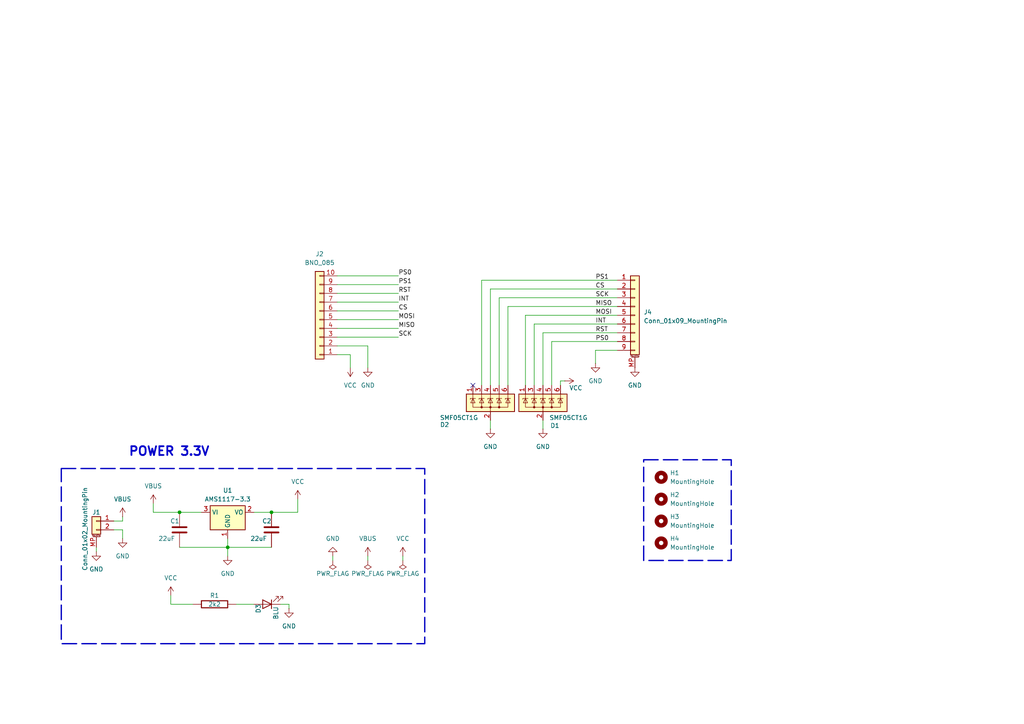
<source format=kicad_sch>
(kicad_sch (version 20231120) (generator "eeschema") (generator_version "8.0")
  (paper "A4")
  (lib_symbols
    (symbol "BLDC_4-rescue:C-RESCUE-BLDC_4" (pin_numbers hide) (pin_names (offset 0.254))
      (property "Reference" "C" (at 0 2.54 0))
      (property "Value" "C-RESCUE-BLDC_4" (at 0.1524 -2.159 0))
      (symbol "C-RESCUE-BLDC_4_0_1"
        (polyline (pts (xy -2.032 -0.762) (xy 2.032 -0.762)) (stroke (width 0.508)))
        (polyline (pts (xy -2.032 0.762) (xy 2.032 0.762)) (stroke (width 0.508)))
      )
      (symbol "C-RESCUE-BLDC_4_1_1"
        (pin passive line (at 0 5.08 270) (length 4.318) (name "~") (number "1"))
        (pin passive line (at 0 -5.08 90) (length 4.318) (name "~") (number "2"))
      )
    )
    (symbol "BLDC_4-rescue:R-RESCUE-BLDC_4" (pin_numbers hide) (pin_names (offset 0))
      (property "Reference" "R" (at 2.032 0 90))
      (property "Value" "R-RESCUE-BLDC_4" (at 0.1778 0.0254 90))
      (symbol "R-RESCUE-BLDC_4_0_1"
        (rectangle (start -1.016 3.81) (end 1.016 -3.81) (stroke (width 0.3048)))
      )
      (symbol "R-RESCUE-BLDC_4_1_1"
        (pin passive line (at 0 6.35 270) (length 2.54) (name "~") (number "1"))
        (pin passive line (at 0 -6.35 90) (length 2.54) (name "~") (number "2"))
      )
    )
    (symbol "Connector_Generic:Conn_01x10" (pin_names (offset 1.016) hide)
      (property "Reference" "J" (at 0 12.7 0))
      (property "Value" "Conn_01x10" (at 0 -15.24 0))
      (symbol "Conn_01x10_1_1"
        (rectangle (start -1.27 -12.573) (end 0 -12.827) (stroke (width 0.1524)))
        (rectangle (start -1.27 -10.033) (end 0 -10.287) (stroke (width 0.1524)))
        (rectangle (start -1.27 -7.493) (end 0 -7.747) (stroke (width 0.1524)))
        (rectangle (start -1.27 -4.953) (end 0 -5.207) (stroke (width 0.1524)))
        (rectangle (start -1.27 -2.413) (end 0 -2.667) (stroke (width 0.1524)))
        (rectangle (start -1.27 0.127) (end 0 -0.127) (stroke (width 0.1524)))
        (rectangle (start -1.27 2.667) (end 0 2.413) (stroke (width 0.1524)))
        (rectangle (start -1.27 5.207) (end 0 4.953) (stroke (width 0.1524)))
        (rectangle (start -1.27 7.747) (end 0 7.493) (stroke (width 0.1524)))
        (rectangle (start -1.27 10.287) (end 0 10.033) (stroke (width 0.1524)))
        (rectangle (start -1.27 11.43) (end 1.27 -13.97) (stroke (width 0.254)) (fill (type background)))
        (pin passive line (at -5.08 10.16 0) (length 3.81) (name "Pin_1") (number "1"))
        (pin passive line (at -5.08 -12.7 0) (length 3.81) (name "Pin_10") (number "10"))
        (pin passive line (at -5.08 7.62 0) (length 3.81) (name "Pin_2") (number "2"))
        (pin passive line (at -5.08 5.08 0) (length 3.81) (name "Pin_3") (number "3"))
        (pin passive line (at -5.08 2.54 0) (length 3.81) (name "Pin_4") (number "4"))
        (pin passive line (at -5.08 0 0) (length 3.81) (name "Pin_5") (number "5"))
        (pin passive line (at -5.08 -2.54 0) (length 3.81) (name "Pin_6") (number "6"))
        (pin passive line (at -5.08 -5.08 0) (length 3.81) (name "Pin_7") (number "7"))
        (pin passive line (at -5.08 -7.62 0) (length 3.81) (name "Pin_8") (number "8"))
        (pin passive line (at -5.08 -10.16 0) (length 3.81) (name "Pin_9") (number "9"))
      )
    )
    (symbol "Connector_Generic_MountingPin:Conn_01x02_MountingPin" (pin_names (offset 1.016) hide)
      (property "Reference" "J" (at 0 2.54 0))
      (property "Value" "Conn_01x02_MountingPin" (at 1.27 -5.08 0))
      (symbol "Conn_01x02_MountingPin_1_1"
        (rectangle (start -1.27 -2.413) (end 0 -2.667) (stroke (width 0.1524)))
        (rectangle (start -1.27 0.127) (end 0 -0.127) (stroke (width 0.1524)))
        (rectangle (start -1.27 1.27) (end 1.27 -3.81) (stroke (width 0.254)) (fill (type background)))
        (polyline (pts (xy -1.016 -4.572) (xy 1.016 -4.572)) (stroke (width 0.1524)))
        (text "Mounting" (at 0 -4.191 0) (effects (font (size 0.381 0.381))))
        (pin passive line (at -5.08 0 0) (length 3.81) (name "Pin_1") (number "1"))
        (pin passive line (at -5.08 -2.54 0) (length 3.81) (name "Pin_2") (number "2"))
        (pin passive line (at 0 -7.62 90) (length 3.048) (name "MountPin") (number "MP"))
      )
    )
    (symbol "Connector_Generic_MountingPin:Conn_01x09_MountingPin" (pin_names (offset 1.016) hide)
      (property "Reference" "J" (at 0 12.7 0))
      (property "Value" "Conn_01x09_MountingPin" (at 1.27 -12.7 0))
      (symbol "Conn_01x09_MountingPin_1_1"
        (rectangle (start -1.27 -10.033) (end 0 -10.287) (stroke (width 0.1524)))
        (rectangle (start -1.27 -7.493) (end 0 -7.747) (stroke (width 0.1524)))
        (rectangle (start -1.27 -4.953) (end 0 -5.207) (stroke (width 0.1524)))
        (rectangle (start -1.27 -2.413) (end 0 -2.667) (stroke (width 0.1524)))
        (rectangle (start -1.27 0.127) (end 0 -0.127) (stroke (width 0.1524)))
        (rectangle (start -1.27 2.667) (end 0 2.413) (stroke (width 0.1524)))
        (rectangle (start -1.27 5.207) (end 0 4.953) (stroke (width 0.1524)))
        (rectangle (start -1.27 7.747) (end 0 7.493) (stroke (width 0.1524)))
        (rectangle (start -1.27 10.287) (end 0 10.033) (stroke (width 0.1524)))
        (rectangle (start -1.27 11.43) (end 1.27 -11.43) (stroke (width 0.254)) (fill (type background)))
        (polyline (pts (xy -1.016 -12.192) (xy 1.016 -12.192)) (stroke (width 0.1524)))
        (text "Mounting" (at 0 -11.811 0) (effects (font (size 0.381 0.381))))
        (pin passive line (at -5.08 10.16 0) (length 3.81) (name "Pin_1") (number "1"))
        (pin passive line (at -5.08 7.62 0) (length 3.81) (name "Pin_2") (number "2"))
        (pin passive line (at -5.08 5.08 0) (length 3.81) (name "Pin_3") (number "3"))
        (pin passive line (at -5.08 2.54 0) (length 3.81) (name "Pin_4") (number "4"))
        (pin passive line (at -5.08 0 0) (length 3.81) (name "Pin_5") (number "5"))
        (pin passive line (at -5.08 -2.54 0) (length 3.81) (name "Pin_6") (number "6"))
        (pin passive line (at -5.08 -5.08 0) (length 3.81) (name "Pin_7") (number "7"))
        (pin passive line (at -5.08 -7.62 0) (length 3.81) (name "Pin_8") (number "8"))
        (pin passive line (at -5.08 -10.16 0) (length 3.81) (name "Pin_9") (number "9"))
        (pin passive line (at 0 -15.24 90) (length 3.048) (name "MountPin") (number "MP"))
      )
    )
    (symbol "Device:LED" (pin_numbers hide) (pin_names (offset 1.016) hide)
      (property "Reference" "D" (at 0 2.54 0))
      (property "Value" "LED" (at 0 -2.54 0))
      (symbol "LED_0_1"
        (polyline (pts (xy -1.27 -1.27) (xy -1.27 1.27)) (stroke (width 0.254)))
        (polyline (pts (xy -1.27 0) (xy 1.27 0)))
        (polyline (pts (xy 1.27 -1.27) (xy 1.27 1.27) (xy -1.27 0) (xy 1.27 -1.27)) (stroke (width 0.254)))
        (polyline (pts (xy -3.048 -0.762) (xy -4.572 -2.286) (xy -3.81 -2.286) (xy -4.572 -2.286) (xy -4.572 -1.524)))
        (polyline (pts (xy -1.778 -0.762) (xy -3.302 -2.286) (xy -2.54 -2.286) (xy -3.302 -2.286) (xy -3.302 -1.524)))
      )
      (symbol "LED_1_1"
        (pin passive line (at -3.81 0 0) (length 2.54) (name "K") (number "1"))
        (pin passive line (at 3.81 0 180) (length 2.54) (name "A") (number "2"))
      )
    )
    (symbol "Mechanical:MountingHole" (pin_names (offset 1.016)) (exclude_from_sim yes) (in_bom no)
      (property "Reference" "H" (at 0 5.08 0))
      (property "Value" "MountingHole" (at 0 3.175 0))
      (symbol "MountingHole_0_1"
        (circle (center 0 0) (radius 1.27) (stroke (width 1.27)))
      )
    )
    (symbol "Power_Protection:SP0505BAHT" (pin_names hide)
      (property "Reference" "D" (at 7.62 2.54 0))
      (property "Value" "SP0505BAHT" (at 7.62 0.635 0))
      (symbol "SP0505BAHT_0_0"
        (pin passive line (at 0 -5.08 90) (length 2.54) (name "A") (number "2"))
      )
      (symbol "SP0505BAHT_0_1"
        (rectangle (start -6.985 2.54) (end 6.985 -2.54) (stroke (width 0.254)) (fill (type background)))
        (circle (center -2.54 -1.27) (radius 0.254) (fill (type outline)))
        (circle (center 0 -1.27) (radius 0.254) (fill (type outline)))
        (polyline (pts (xy -5.08 2.54) (xy -5.08 1.27)))
        (polyline (pts (xy -2.54 2.54) (xy -2.54 1.27)))
        (polyline (pts (xy 0 -1.27) (xy 0 -2.54)))
        (polyline (pts (xy 0 -1.27) (xy 0 1.27)))
        (polyline (pts (xy 0 2.54) (xy 0 1.27)))
        (polyline (pts (xy 0.635 1.27) (xy 0.762 1.27)))
        (polyline (pts (xy 2.54 2.54) (xy 2.54 1.27)))
        (polyline (pts (xy 5.08 2.54) (xy 5.08 1.27)))
        (polyline (pts (xy -5.08 1.27) (xy -5.08 -1.27) (xy -2.54 -1.27)))
        (polyline (pts (xy 0.635 1.27) (xy -0.762 1.27) (xy -0.762 1.016)))
        (polyline (pts (xy 5.08 1.27) (xy 5.08 -1.27) (xy 2.54 -1.27)))
        (polyline (pts (xy -5.842 1.016) (xy -5.842 1.27) (xy -4.445 1.27) (xy -4.318 1.27)))
        (polyline (pts (xy -5.08 1.27) (xy -4.445 0) (xy -5.715 0) (xy -5.08 1.27)))
        (polyline (pts (xy -3.302 1.016) (xy -3.302 1.27) (xy -1.905 1.27) (xy -1.778 1.27)))
        (polyline (pts (xy -2.54 1.27) (xy -2.54 -1.27) (xy 2.54 -1.27) (xy 2.54 1.27)))
        (polyline (pts (xy -2.54 1.27) (xy -1.905 0) (xy -3.175 0) (xy -2.54 1.27)))
        (polyline (pts (xy 0.635 0) (xy -0.635 0) (xy 0 1.27) (xy 0.635 0)))
        (polyline (pts (xy 1.778 1.016) (xy 1.778 1.27) (xy 3.175 1.27) (xy 3.302 1.27)))
        (polyline (pts (xy 2.54 1.27) (xy 1.905 0) (xy 3.175 0) (xy 2.54 1.27)))
        (polyline (pts (xy 4.318 1.016) (xy 4.318 1.27) (xy 5.715 1.27) (xy 5.842 1.27)))
        (polyline (pts (xy 5.08 1.27) (xy 4.445 0) (xy 5.715 0) (xy 5.08 1.27)))
        (circle (center 2.54 -1.27) (radius 0.254) (fill (type outline)))
      )
      (symbol "SP0505BAHT_1_1"
        (pin passive line (at -5.08 5.08 270) (length 2.54) (name "K") (number "1"))
        (pin passive line (at -2.54 5.08 270) (length 2.54) (name "K") (number "3"))
        (pin passive line (at 0 5.08 270) (length 2.54) (name "K") (number "4"))
        (pin passive line (at 2.54 5.08 270) (length 2.54) (name "K") (number "5"))
        (pin passive line (at 5.08 5.08 270) (length 2.54) (name "K") (number "6"))
      )
    )
    (symbol "Regulator_Linear:AMS1117-3.3"
      (property "Reference" "U" (at -3.81 3.175 0))
      (property "Value" "AMS1117-3.3" (at 0 3.175 0))
      (symbol "AMS1117-3.3_0_1"
        (rectangle (start -5.08 -5.08) (end 5.08 1.905) (stroke (width 0.254)) (fill (type background)))
      )
      (symbol "AMS1117-3.3_1_1"
        (pin power_in line (at 0 -7.62 90) (length 2.54) (name "GND") (number "1"))
        (pin power_out line (at 7.62 0 180) (length 2.54) (name "VO") (number "2"))
        (pin power_in line (at -7.62 0 0) (length 2.54) (name "VI") (number "3"))
      )
    )
    (symbol "power:GND" (power) (pin_numbers hide) (pin_names (offset 0) hide)
      (property "Value" "GND" (at 0 -3.81 0))
      (symbol "GND_0_1"
        (polyline (pts (xy 0 0) (xy 0 -1.27) (xy 1.27 -1.27) (xy 0 -2.54) (xy -1.27 -1.27) (xy 0 -1.27)))
      )
      (symbol "GND_1_1"
        (pin power_in line (at 0 0 270) (length 0) (name "~") (number "1"))
      )
    )
    (symbol "power:PWR_FLAG" (power) (pin_numbers hide) (pin_names (offset 0) hide)
      (property "Value" "PWR_FLAG" (at 0 3.81 0))
      (symbol "PWR_FLAG_0_0"
        (pin power_out line (at 0 0 90) (length 0) (name "~") (number "1"))
      )
      (symbol "PWR_FLAG_0_1"
        (polyline (pts (xy 0 0) (xy 0 1.27) (xy -1.016 1.905) (xy 0 2.54) (xy 1.016 1.905) (xy 0 1.27)))
      )
    )
    (symbol "power:VBUS" (power) (pin_numbers hide) (pin_names (offset 0) hide)
      (property "Value" "VBUS" (at 0 3.556 0))
      (symbol "VBUS_0_1"
        (polyline (pts (xy -0.762 1.27) (xy 0 2.54)))
        (polyline (pts (xy 0 0) (xy 0 2.54)))
        (polyline (pts (xy 0 2.54) (xy 0.762 1.27)))
      )
      (symbol "VBUS_1_1"
        (pin power_in line (at 0 0 90) (length 0) (name "~") (number "1"))
      )
    )
    (symbol "power:VCC" (power) (pin_numbers hide) (pin_names (offset 0) hide)
      (property "Value" "VCC" (at 0 3.556 0))
      (symbol "VCC_0_1"
        (polyline (pts (xy -0.762 1.27) (xy 0 2.54)))
        (polyline (pts (xy 0 0) (xy 0 2.54)))
        (polyline (pts (xy 0 2.54) (xy 0.762 1.27)))
      )
      (symbol "VCC_1_1"
        (pin power_in line (at 0 0 90) (length 0) (name "~") (number "1"))
      )
    )
  )
  (junction (at 52.07 148.59))
  (junction (at 78.74 148.59))
  (junction (at 66.04 158.75))
  (no_connect (at 137.16 111.76))
  (wire (pts (xy 139.7 81.28) (xy 139.7 111.76)))
  (wire (pts (xy 160.02 111.76) (xy 160.02 99.06)))
  (wire (pts (xy 97.79 90.17) (xy 115.57 90.17)))
  (wire (pts (xy 106.68 100.33) (xy 106.68 106.68)))
  (wire (pts (xy 66.04 158.75) (xy 66.04 161.29)))
  (wire (pts (xy 144.78 86.36) (xy 144.78 111.76)))
  (wire (pts (xy 172.72 101.6) (xy 172.72 105.41)))
  (wire (pts (xy 172.72 101.6) (xy 179.07 101.6)))
  (wire (pts (xy 157.48 96.52) (xy 179.07 96.52)))
  (wire (pts (xy 97.79 87.63) (xy 115.57 87.63)))
  (wire (pts (xy 27.94 160.02) (xy 27.94 158.75)))
  (wire (pts (xy 49.53 175.26) (xy 55.88 175.26)))
  (wire (pts (xy 66.04 156.21) (xy 66.04 158.75)))
  (wire (pts (xy 152.4 91.44) (xy 179.07 91.44)))
  (wire (pts (xy 35.56 151.13) (xy 35.56 149.86)))
  (wire (pts (xy 139.7 81.28) (xy 179.07 81.28)))
  (wire (pts (xy 116.84 161.29) (xy 116.84 162.56)))
  (wire (pts (xy 152.4 91.44) (xy 152.4 111.76)))
  (wire (pts (xy 147.32 88.9) (xy 179.07 88.9)))
  (wire (pts (xy 96.52 161.29) (xy 96.52 162.56)))
  (wire (pts (xy 106.68 161.29) (xy 106.68 162.56)))
  (wire (pts (xy 97.79 82.55) (xy 115.57 82.55)))
  (wire (pts (xy 157.48 96.52) (xy 157.48 111.76)))
  (wire (pts (xy 83.82 175.26) (xy 83.82 176.53)))
  (wire (pts (xy 157.48 124.46) (xy 157.48 121.92)))
  (wire (pts (xy 86.36 144.78) (xy 86.36 148.59)))
  (wire (pts (xy 154.94 111.76) (xy 154.94 93.98)))
  (wire (pts (xy 142.24 124.46) (xy 142.24 121.92)))
  (wire (pts (xy 52.07 158.75) (xy 66.04 158.75)))
  (wire (pts (xy 44.45 148.59) (xy 52.07 148.59)))
  (wire (pts (xy 97.79 102.87) (xy 101.6 102.87)))
  (wire (pts (xy 115.57 95.25) (xy 97.79 95.25)))
  (wire (pts (xy 33.02 153.67) (xy 35.56 153.67)))
  (wire (pts (xy 101.6 102.87) (xy 101.6 106.68)))
  (wire (pts (xy 97.79 80.01) (xy 115.57 80.01)))
  (wire (pts (xy 162.56 110.49) (xy 162.56 111.76)))
  (wire (pts (xy 35.56 153.67) (xy 35.56 156.21)))
  (wire (pts (xy 81.28 175.26) (xy 83.82 175.26)))
  (wire (pts (xy 154.94 93.98) (xy 179.07 93.98)))
  (wire (pts (xy 78.74 148.59) (xy 86.36 148.59)))
  (wire (pts (xy 163.83 110.49) (xy 162.56 110.49)))
  (wire (pts (xy 142.24 83.82) (xy 179.07 83.82)))
  (wire (pts (xy 142.24 111.76) (xy 142.24 83.82)))
  (wire (pts (xy 52.07 148.59) (xy 58.42 148.59)))
  (wire (pts (xy 33.02 151.13) (xy 35.56 151.13)))
  (wire (pts (xy 44.45 146.05) (xy 44.45 148.59)))
  (wire (pts (xy 97.79 92.71) (xy 115.57 92.71)))
  (wire (pts (xy 147.32 111.76) (xy 147.32 88.9)))
  (wire (pts (xy 68.58 175.26) (xy 73.66 175.26)))
  (wire (pts (xy 73.66 148.59) (xy 78.74 148.59)))
  (wire (pts (xy 66.04 158.75) (xy 78.74 158.75)))
  (wire (pts (xy 97.79 100.33) (xy 106.68 100.33)))
  (wire (pts (xy 144.78 86.36) (xy 179.07 86.36)))
  (wire (pts (xy 49.53 172.72) (xy 49.53 175.26)))
  (wire (pts (xy 97.79 85.09) (xy 115.57 85.09)))
  (wire (pts (xy 97.79 97.79) (xy 115.57 97.79)))
  (wire (pts (xy 160.02 99.06) (xy 179.07 99.06)))
  (rectangle (start 186.69 133.35) (end 212.09 162.56) (stroke (width 0.381) (type dash)))
  (rectangle (start 17.78 135.89) (end 123.19 186.69) (stroke (width 0.381) (type dash)))
  (text "POWER 3.3V \n" (at 50.038 131.064 0) (effects (font (size 2.54 2.54) (thickness 0.508) (bold yes))))
  (label "INT" (at 172.72 93.98 0))
  (label "MISO" (at 172.72 88.9 0))
  (label "SCK" (at 172.72 86.36 0))
  (label "PS0" (at 172.72 99.06 0))
  (label "PS0" (at 115.57 80.01 0))
  (label "PS1" (at 115.57 82.55 0))
  (label "CS" (at 172.72 83.82 0))
  (label "MISO" (at 115.57 95.25 0))
  (label "SCK" (at 115.57 97.79 0))
  (label "RST" (at 172.72 96.52 0))
  (label "MOSI" (at 115.57 92.71 0))
  (label "RST" (at 115.57 85.09 0))
  (label "MOSI" (at 172.72 91.44 0))
  (label "CS" (at 115.57 90.17 0))
  (label "INT" (at 115.57 87.63 0))
  (label "PS1" (at 172.72 81.28 0))
  (symbol (lib_id "Connector_Generic:Conn_01x10") (at 92.71 92.71 180) (unit 1)
    (property "Reference" "J2" (at 92.71 73.66 0))
    (property "Value" "BNO_085" (at 92.71 76.2 0))
    (property "Footprint" "Connector_PinHeader_2.54mm:PinHeader_1x10_P2.54mm_Vertical" (effects (hide yes)))
    (property "Description" "Generic connector, single row, 01x10, script generated (kicad-library-utils/schlib/autogen/connector/)" (effects (hide yes)))
  )
  (symbol (lib_id "power:VCC") (at 116.84 161.29 0) (unit 1)
    (property "Reference" "#PWR016" (effects (hide yes)))
    (property "Value" "VCC" (at 116.84 156.21 0))
    (property "Description" "Power symbol creates a global label with name \"VCC\"" (effects (hide yes)))
  )
  (symbol (lib_id "power:VBUS") (at 44.45 146.05 0) (unit 1)
    (property "Reference" "#PWR04" (effects (hide yes)))
    (property "Value" "VBUS" (at 44.45 140.97 0))
    (property "Description" "Power symbol creates a global label with name \"VBUS\"" (effects (hide yes)))
  )
  (symbol (lib_id "BLDC_4-rescue:C-RESCUE-BLDC_4") (at 78.74 153.67 180) (unit 1)
    (property "Reference" "C2" (at 78.74 151.13 0) (effects (justify left)))
    (property "Value" "22uF" (at 77.47 156.21 0) (effects (justify left)))
    (property "Footprint" "Capacitor_SMD:C_0805_2012Metric" (effects (hide yes)))
  )
  (symbol (lib_id "power:GND") (at 157.48 124.46 0) (unit 1)
    (property "Reference" "#PWR08" (effects (hide yes)))
    (property "Value" "GND" (at 157.48 129.54 0))
    (property "Description" "Power symbol creates a global label with name \"GND\" , ground" (effects (hide yes)))
  )
  (symbol (lib_id "power:VCC") (at 163.83 110.49 270) (unit 1)
    (property "Reference" "#PWR09" (effects (hide yes)))
    (property "Value" "VCC" (at 165.1 112.522 90) (effects (justify left)))
    (property "Description" "Power symbol creates a global label with name \"VCC\"" (effects (hide yes)))
  )
  (symbol (lib_id "power:GND") (at 106.68 106.68 0) (unit 1)
    (property "Reference" "#PWR07" (effects (hide yes)))
    (property "Value" "GND" (at 106.68 111.76 0))
    (property "Description" "Power symbol creates a global label with name \"GND\" , ground" (effects (hide yes)))
  )
  (symbol (lib_id "Connector_Generic_MountingPin:Conn_01x02_MountingPin") (at 27.94 151.13 0) (mirror y) (unit 1)
    (property "Reference" "J1" (at 27.94 148.59 0))
    (property "Value" "Conn_01x02_MountingPin" (at 24.638 153.416 90))
    (property "Footprint" "Connector_JST:JST_GH_SM02B-GHS-TB_1x02-1MP_P1.25mm_Horizontal" (effects (hide yes)))
    (property "Description" "Generic connectable mounting pin connector, single row, 01x02, script generated (kicad-library-utils/schlib/autogen/connector/)" (effects (hide yes)))
  )
  (symbol (lib_id "power:GND") (at 66.04 161.29 0) (unit 1)
    (property "Reference" "#PWR01" (effects (hide yes)))
    (property "Value" "GND" (at 66.04 166.37 0))
    (property "Description" "Power symbol creates a global label with name \"GND\" , ground" (effects (hide yes)))
  )
  (symbol (lib_id "Mechanical:MountingHole") (at 191.77 151.13 0) (unit 1) (exclude_from_sim yes) (in_bom no)
    (property "Reference" "H3" (at 194.31 149.8599 0) (effects (justify left)))
    (property "Value" "MountingHole" (at 194.31 152.3999 0) (effects (justify left)))
    (property "Footprint" "MountingHole:MountingHole_2.2mm_M2" (effects (hide yes)))
    (property "Description" "Mounting Hole without connection" (effects (hide yes)))
  )
  (symbol (lib_id "Regulator_Linear:AMS1117-3.3") (at 66.04 148.59 0) (unit 1)
    (property "Reference" "U1" (at 66.04 142.24 0))
    (property "Value" "AMS1117-3.3" (at 66.04 144.78 0))
    (property "Footprint" "Package_TO_SOT_SMD:SOT-223-3_TabPin2" (effects (hide yes)))
    (property "Datasheet" "http://www.advanced-monolithic.com/pdf/ds1117.pdf" (effects (hide yes)))
    (property "Description" "1A Low Dropout regulator, positive, 3.3V fixed output, SOT-223" (effects (hide yes)))
  )
  (symbol (lib_id "Mechanical:MountingHole") (at 191.77 144.78 0) (unit 1) (exclude_from_sim yes) (in_bom no)
    (property "Reference" "H2" (at 194.31 143.5099 0) (effects (justify left)))
    (property "Value" "MountingHole" (at 194.31 146.0499 0) (effects (justify left)))
    (property "Footprint" "MountingHole:MountingHole_2.2mm_M2" (effects (hide yes)))
    (property "Description" "Mounting Hole without connection" (effects (hide yes)))
  )
  (symbol (lib_id "power:GND") (at 184.15 106.68 0) (unit 1)
    (property "Reference" "#PWR017" (effects (hide yes)))
    (property "Value" "GND" (at 184.15 111.76 0))
    (property "Description" "Power symbol creates a global label with name \"GND\" , ground" (effects (hide yes)))
  )
  (symbol (lib_id "power:PWR_FLAG") (at 116.84 162.56 180) (unit 1)
    (property "Reference" "#FLG04" (effects (hide yes)))
    (property "Value" "PWR_FLAG" (at 116.84 166.37 0))
    (property "Description" "Special symbol for telling ERC where power comes from" (effects (hide yes)))
  )
  (symbol (lib_id "power:GND") (at 27.94 160.02 0) (mirror y) (unit 1)
    (property "Reference" "#PWR018" (effects (hide yes)))
    (property "Value" "GND" (at 27.94 165.1 0))
    (property "Description" "Power symbol creates a global label with name \"GND\" , ground" (effects (hide yes)))
  )
  (symbol (lib_id "power:VCC") (at 86.36 144.78 0) (unit 1)
    (property "Reference" "#PWR03" (effects (hide yes)))
    (property "Value" "VCC" (at 86.36 139.7 0))
    (property "Description" "Power symbol creates a global label with name \"VCC\"" (effects (hide yes)))
  )
  (symbol (lib_id "Connector_Generic_MountingPin:Conn_01x09_MountingPin") (at 184.15 91.44 0) (unit 1)
    (property "Reference" "J4" (at 186.69 90.5255 0) (effects (justify left)))
    (property "Value" "Conn_01x09_MountingPin" (at 186.69 93.0655 0) (effects (justify left)))
    (property "Footprint" "Connector_JST:JST_GH_SM09B-GHS-TB_1x09-1MP_P1.25mm_Horizontal" (effects (hide yes)))
    (property "Description" "Generic connectable mounting pin connector, single row, 01x09, script generated (kicad-library-utils/schlib/autogen/connector/)" (effects (hide yes)))
  )
  (symbol (lib_id "Mechanical:MountingHole") (at 191.77 138.43 0) (unit 1) (exclude_from_sim yes) (in_bom no)
    (property "Reference" "H1" (at 194.31 137.1599 0) (effects (justify left)))
    (property "Value" "MountingHole" (at 194.31 139.6999 0) (effects (justify left)))
    (property "Footprint" "MountingHole:MountingHole_2.2mm_M2" (effects (hide yes)))
    (property "Description" "Mounting Hole without connection" (effects (hide yes)))
  )
  (symbol (lib_id "power:GND") (at 35.56 156.21 0) (mirror y) (unit 1)
    (property "Reference" "#PWR013" (effects (hide yes)))
    (property "Value" "GND" (at 35.56 161.29 0))
    (property "Description" "Power symbol creates a global label with name \"GND\" , ground" (effects (hide yes)))
  )
  (symbol (lib_id "power:PWR_FLAG") (at 106.68 162.56 180) (unit 1)
    (property "Reference" "#FLG03" (effects (hide yes)))
    (property "Value" "PWR_FLAG" (at 106.68 166.37 0))
    (property "Description" "Special symbol for telling ERC where power comes from" (effects (hide yes)))
  )
  (symbol (lib_id "power:PWR_FLAG") (at 96.52 162.56 180) (unit 1)
    (property "Reference" "#FLG02" (effects (hide yes)))
    (property "Value" "PWR_FLAG" (at 96.52 166.37 0))
    (property "Description" "Special symbol for telling ERC where power comes from" (effects (hide yes)))
  )
  (symbol (lib_id "Mechanical:MountingHole") (at 191.77 157.48 0) (unit 1) (exclude_from_sim yes) (in_bom no)
    (property "Reference" "H4" (at 194.31 156.2099 0) (effects (justify left)))
    (property "Value" "MountingHole" (at 194.31 158.7499 0) (effects (justify left)))
    (property "Footprint" "MountingHole:MountingHole_2.2mm_M2" (effects (hide yes)))
    (property "Description" "Mounting Hole without connection" (effects (hide yes)))
  )
  (symbol (lib_id "Power_Protection:SP0505BAHT") (at 157.48 116.84 0) (unit 1)
    (property "Reference" "D1" (at 162.306 123.444 0) (effects (justify right)))
    (property "Value" " SMF05CT1G" (at 170.434 121.158 0) (effects (justify right)))
    (property "Footprint" "Package_TO_SOT_SMD:SOT-363_SC-70-6" (effects (hide yes)))
    (property "Datasheet" "http://www.littelfuse.com/~/media/files/littelfuse/technical%20resources/documents/data%20sheets/sp05xxba.pdf" (effects (hide yes)))
  )
  (symbol (lib_id "BLDC_4-rescue:C-RESCUE-BLDC_4") (at 52.07 153.67 180) (unit 1)
    (property "Reference" "C1" (at 52.07 151.13 0) (effects (justify left)))
    (property "Value" "22uF" (at 50.8 156.21 0) (effects (justify left)))
    (property "Footprint" "Capacitor_SMD:C_0805_2012Metric" (effects (hide yes)))
  )
  (symbol (lib_id "power:VCC") (at 101.6 106.68 180) (unit 1)
    (property "Reference" "#PWR02" (effects (hide yes)))
    (property "Value" "VCC" (at 101.6 111.76 0))
    (property "Description" "Power symbol creates a global label with name \"VCC\"" (effects (hide yes)))
  )
  (symbol (lib_id "power:GND") (at 96.52 161.29 180) (unit 1)
    (property "Reference" "#PWR014" (effects (hide yes)))
    (property "Value" "GND" (at 96.52 156.21 0))
    (property "Description" "Power symbol creates a global label with name \"GND\" , ground" (effects (hide yes)))
  )
  (symbol (lib_id "power:VBUS") (at 35.56 149.86 0) (mirror y) (unit 1)
    (property "Reference" "#PWR05" (effects (hide yes)))
    (property "Value" "VBUS" (at 35.56 144.78 0))
    (property "Description" "Power symbol creates a global label with name \"VBUS\"" (effects (hide yes)))
  )
  (symbol (lib_id "power:VBUS") (at 106.68 161.29 0) (mirror y) (unit 1)
    (property "Reference" "#PWR015" (effects (hide yes)))
    (property "Value" "VBUS" (at 106.68 156.21 0))
    (property "Description" "Power symbol creates a global label with name \"VBUS\"" (effects (hide yes)))
  )
  (symbol (lib_id "Device:LED") (at 77.47 175.26 180) (unit 1)
    (property "Reference" "D3" (at 74.93 176.53 90))
    (property "Value" "BLU" (at 80.01 177.8 90))
    (property "Footprint" "LED_SMD:LED_0603_1608Metric" (effects (hide yes)))
  )
  (symbol (lib_id "power:GND") (at 83.82 176.53 0) (unit 1)
    (property "Reference" "#PWR011" (effects (hide yes)))
    (property "Value" "GND" (at 83.82 181.61 0))
    (property "Description" "Power symbol creates a global label with name \"GND\" , ground" (effects (hide yes)))
  )
  (symbol (lib_id "BLDC_4-rescue:R-RESCUE-BLDC_4") (at 62.23 175.26 270) (unit 1)
    (property "Reference" "R1" (at 62.23 172.72 90))
    (property "Value" "2k2" (at 62.23 175.26 90))
    (property "Footprint" "Resistor_SMD:R_0603_1608Metric" (effects (hide yes)))
  )
  (symbol (lib_id "power:GND") (at 142.24 124.46 0) (unit 1)
    (property "Reference" "#PWR010" (effects (hide yes)))
    (property "Value" "GND" (at 142.24 129.54 0))
    (property "Description" "Power symbol creates a global label with name \"GND\" , ground" (effects (hide yes)))
  )
  (symbol (lib_id "Power_Protection:SP0505BAHT") (at 142.24 116.84 0) (unit 1)
    (property "Reference" "D2" (at 130.302 123.19 0) (effects (justify right)))
    (property "Value" " SMF05CT1G" (at 138.684 121.158 0) (effects (justify right)))
    (property "Footprint" "Package_TO_SOT_SMD:SOT-363_SC-70-6" (effects (hide yes)))
    (property "Datasheet" "http://www.littelfuse.com/~/media/files/littelfuse/technical%20resources/documents/data%20sheets/sp05xxba.pdf" (effects (hide yes)))
  )
  (symbol (lib_id "power:VCC") (at 49.53 172.72 0) (unit 1)
    (property "Reference" "#PWR012" (effects (hide yes)))
    (property "Value" "VCC" (at 49.53 167.64 0))
    (property "Description" "Power symbol creates a global label with name \"VCC\"" (effects (hide yes)))
  )
  (symbol (lib_id "power:GND") (at 172.72 105.41 0) (unit 1)
    (property "Reference" "#PWR06" (effects (hide yes)))
    (property "Value" "GND" (at 172.72 110.49 0))
    (property "Description" "Power symbol creates a global label with name \"GND\" , ground" (effects (hide yes)))
  )
)
</source>
